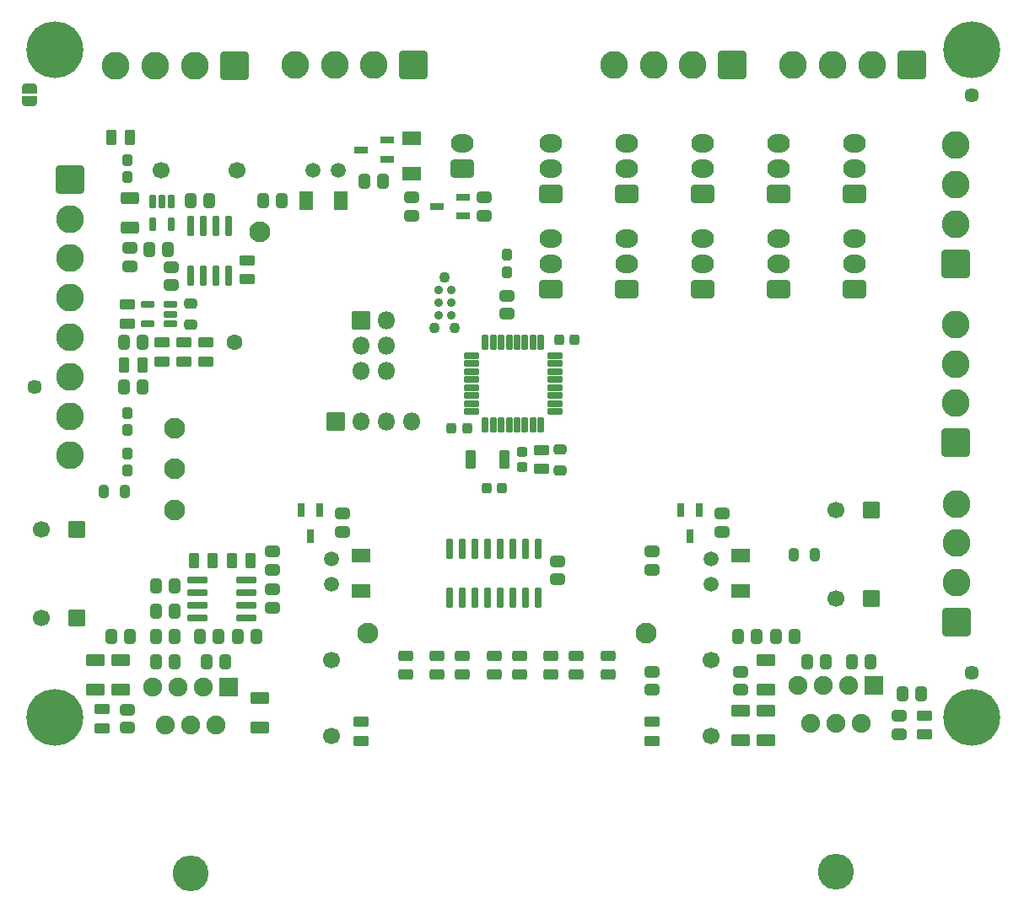
<source format=gbr>
%TF.GenerationSoftware,KiCad,Pcbnew,(5.99.0-11012-g5d9c1dd75a)*%
%TF.CreationDate,2021-06-14T21:45:01+02:00*%
%TF.ProjectId,Power-Supply,506f7765-722d-4537-9570-706c792e6b69,rev?*%
%TF.SameCoordinates,Original*%
%TF.FileFunction,Soldermask,Top*%
%TF.FilePolarity,Negative*%
%FSLAX46Y46*%
G04 Gerber Fmt 4.6, Leading zero omitted, Abs format (unit mm)*
G04 Created by KiCad (PCBNEW (5.99.0-11012-g5d9c1dd75a)) date 2021-06-14 21:45:01*
%MOMM*%
%LPD*%
G01*
G04 APERTURE LIST*
G04 Aperture macros list*
%AMRoundRect*
0 Rectangle with rounded corners*
0 $1 Rounding radius*
0 $2 $3 $4 $5 $6 $7 $8 $9 X,Y pos of 4 corners*
0 Add a 4 corners polygon primitive as box body*
4,1,4,$2,$3,$4,$5,$6,$7,$8,$9,$2,$3,0*
0 Add four circle primitives for the rounded corners*
1,1,$1+$1,$2,$3*
1,1,$1+$1,$4,$5*
1,1,$1+$1,$6,$7*
1,1,$1+$1,$8,$9*
0 Add four rect primitives between the rounded corners*
20,1,$1+$1,$2,$3,$4,$5,0*
20,1,$1+$1,$4,$5,$6,$7,0*
20,1,$1+$1,$6,$7,$8,$9,0*
20,1,$1+$1,$8,$9,$2,$3,0*%
%AMFreePoly0*
4,1,37,0.535355,0.785355,0.550000,0.750000,0.550000,-0.750000,0.535355,-0.785355,0.500000,-0.800000,0.000000,-0.800000,-0.012524,-0.794812,-0.080857,-0.793560,-0.094851,-0.791293,-0.230166,-0.749018,-0.242962,-0.742915,-0.360972,-0.664360,-0.371540,-0.654911,-0.462760,-0.546392,-0.470252,-0.534356,-0.527347,-0.404597,-0.531159,-0.390943,-0.548742,-0.256483,-0.547388,-0.256306,-0.550000,-0.250000,
-0.550000,0.250000,-0.549522,0.251153,-0.549368,0.263802,-0.527557,0.403879,-0.523412,0.417435,-0.463164,0.545760,-0.455381,0.557609,-0.361537,0.663867,-0.350741,0.673055,-0.230846,0.748703,-0.217905,0.754492,-0.081598,0.793449,-0.067552,0.795373,-0.011991,0.795033,0.000000,0.800000,0.500000,0.800000,0.535355,0.785355,0.535355,0.785355,$1*%
%AMFreePoly1*
4,1,37,0.012350,0.794884,0.074210,0.794507,0.088231,0.792412,0.224052,0.751793,0.236921,0.745846,0.355883,0.668739,0.366566,0.659420,0.459104,0.552023,0.466742,0.540080,0.525419,0.411028,0.529398,0.397421,0.549495,0.257088,0.550000,0.250000,0.550000,-0.250000,0.549996,-0.250610,0.549847,-0.262826,0.549158,-0.270511,0.525638,-0.410312,0.521328,-0.423818,0.459516,-0.551397,
0.451589,-0.563150,0.356454,-0.668254,0.345546,-0.677309,0.224736,-0.751486,0.211726,-0.757116,0.074953,-0.794405,0.060885,-0.796158,0.011462,-0.795252,0.000000,-0.800000,-0.500000,-0.800000,-0.535355,-0.785355,-0.550000,-0.750000,-0.550000,0.750000,-0.535355,0.785355,-0.500000,0.800000,0.000000,0.800000,0.012350,0.794884,0.012350,0.794884,$1*%
G04 Aperture macros list end*
%ADD10RoundRect,0.274390X0.475610X-0.288110X0.475610X0.288110X-0.475610X0.288110X-0.475610X-0.288110X0*%
%ADD11RoundRect,0.274390X-0.475610X0.288110X-0.475610X-0.288110X0.475610X-0.288110X0.475610X0.288110X0*%
%ADD12RoundRect,0.275000X0.500000X-0.275000X0.500000X0.275000X-0.500000X0.275000X-0.500000X-0.275000X0*%
%ADD13RoundRect,0.271739X-0.678261X0.353261X-0.678261X-0.353261X0.678261X-0.353261X0.678261X0.353261X0*%
%ADD14RoundRect,0.274390X0.288110X0.475610X-0.288110X0.475610X-0.288110X-0.475610X0.288110X-0.475610X0*%
%ADD15RoundRect,0.274390X-0.288110X-0.475610X0.288110X-0.475610X0.288110X0.475610X-0.288110X0.475610X0*%
%ADD16O,3.600000X3.600000*%
%ADD17RoundRect,0.050000X0.900000X0.900000X-0.900000X0.900000X-0.900000X-0.900000X0.900000X-0.900000X0*%
%ADD18O,1.900000X1.900000*%
%ADD19RoundRect,0.150000X0.650000X-0.150000X0.650000X0.150000X-0.650000X0.150000X-0.650000X-0.150000X0*%
%ADD20RoundRect,0.150000X0.150000X-0.650000X0.150000X0.650000X-0.150000X0.650000X-0.150000X-0.650000X0*%
%ADD21C,5.700000*%
%ADD22RoundRect,0.259260X1.140740X1.140740X-1.140740X1.140740X-1.140740X-1.140740X1.140740X-1.140740X0*%
%ADD23C,2.800000*%
%ADD24RoundRect,0.259260X1.140740X-1.140740X1.140740X1.140740X-1.140740X1.140740X-1.140740X-1.140740X0*%
%ADD25C,2.100000*%
%ADD26C,1.600000*%
%ADD27FreePoly0,270.000000*%
%ADD28FreePoly1,270.000000*%
%ADD29RoundRect,0.243750X-0.243750X-0.406250X0.243750X-0.406250X0.243750X0.406250X-0.243750X0.406250X0*%
%ADD30RoundRect,0.243750X0.243750X0.406250X-0.243750X0.406250X-0.243750X-0.406250X0.243750X-0.406250X0*%
%ADD31RoundRect,0.050000X0.800000X0.800000X-0.800000X0.800000X-0.800000X-0.800000X0.800000X-0.800000X0*%
%ADD32C,1.700000*%
%ADD33RoundRect,0.259260X-1.140740X1.140740X-1.140740X-1.140740X1.140740X-1.140740X1.140740X1.140740X0*%
%ADD34RoundRect,0.050000X0.850000X-0.650000X0.850000X0.650000X-0.850000X0.650000X-0.850000X-0.650000X0*%
%ADD35RoundRect,0.050000X-0.650000X-0.850000X0.650000X-0.850000X0.650000X0.850000X-0.650000X0.850000X0*%
%ADD36RoundRect,0.268750X-0.481250X0.268750X-0.481250X-0.268750X0.481250X-0.268750X0.481250X0.268750X0*%
%ADD37C,1.448000*%
%ADD38C,1.500000*%
%ADD39RoundRect,0.275000X-0.275000X-0.500000X0.275000X-0.500000X0.275000X0.500000X-0.275000X0.500000X0*%
%ADD40RoundRect,0.175000X0.537500X0.175000X-0.537500X0.175000X-0.537500X-0.175000X0.537500X-0.175000X0*%
%ADD41RoundRect,0.243750X-0.406250X0.243750X-0.406250X-0.243750X0.406250X-0.243750X0.406250X0.243750X0*%
%ADD42RoundRect,0.262500X-0.262500X0.312500X-0.262500X-0.312500X0.262500X-0.312500X0.262500X0.312500X0*%
%ADD43RoundRect,0.050000X0.850000X-0.850000X0.850000X0.850000X-0.850000X0.850000X-0.850000X-0.850000X0*%
%ADD44O,1.800000X1.800000*%
%ADD45RoundRect,0.050000X-0.325000X0.610000X-0.325000X-0.610000X0.325000X-0.610000X0.325000X0.610000X0*%
%ADD46RoundRect,0.275000X-0.500000X0.275000X-0.500000X-0.275000X0.500000X-0.275000X0.500000X0.275000X0*%
%ADD47RoundRect,0.264368X0.880632X-0.655632X0.880632X0.655632X-0.880632X0.655632X-0.880632X-0.655632X0*%
%ADD48O,2.290000X1.840000*%
%ADD49RoundRect,0.250000X-0.250000X-0.275000X0.250000X-0.275000X0.250000X0.275000X-0.250000X0.275000X0*%
%ADD50RoundRect,0.262500X0.262500X-0.312500X0.262500X0.312500X-0.262500X0.312500X-0.262500X-0.312500X0*%
%ADD51RoundRect,0.050000X-0.850000X-0.850000X0.850000X-0.850000X0.850000X0.850000X-0.850000X0.850000X0*%
%ADD52RoundRect,0.250000X0.275000X-0.250000X0.275000X0.250000X-0.275000X0.250000X-0.275000X-0.250000X0*%
%ADD53RoundRect,0.175000X-0.175000X0.537500X-0.175000X-0.537500X0.175000X-0.537500X0.175000X0.537500X0*%
%ADD54RoundRect,0.050000X0.610000X0.325000X-0.610000X0.325000X-0.610000X-0.325000X0.610000X-0.325000X0*%
%ADD55RoundRect,0.175000X-0.850000X-0.175000X0.850000X-0.175000X0.850000X0.175000X-0.850000X0.175000X0*%
%ADD56RoundRect,0.250000X0.250000X0.275000X-0.250000X0.275000X-0.250000X-0.275000X0.250000X-0.275000X0*%
%ADD57RoundRect,0.050000X-0.450000X-0.850000X0.450000X-0.850000X0.450000X0.850000X-0.450000X0.850000X0*%
%ADD58RoundRect,0.275000X0.275000X0.500000X-0.275000X0.500000X-0.275000X-0.500000X0.275000X-0.500000X0*%
%ADD59C,1.090600*%
%ADD60C,0.887400*%
%ADD61RoundRect,0.272222X0.652778X-0.340278X0.652778X0.340278X-0.652778X0.340278X-0.652778X-0.340278X0*%
%ADD62RoundRect,0.175000X-0.175000X0.850000X-0.175000X-0.850000X0.175000X-0.850000X0.175000X0.850000X0*%
G04 APERTURE END LIST*
D10*
%TO.C,R14*%
X154445000Y-119645000D03*
X154445000Y-117820000D03*
%TD*%
D11*
%TO.C,R38*%
X147142500Y-81307500D03*
X147142500Y-83132500D03*
%TD*%
D10*
%TO.C,R36*%
X149365000Y-92975000D03*
X149365000Y-91150000D03*
%TD*%
D12*
%TO.C,C4*%
X191275000Y-135240000D03*
X191275000Y-133340000D03*
%TD*%
D13*
%TO.C,C6*%
X108090000Y-127735000D03*
X108090000Y-130685000D03*
%TD*%
D12*
%TO.C,C8*%
X108725000Y-134605000D03*
X108725000Y-132705000D03*
%TD*%
D11*
%TO.C,R1*%
X172860000Y-128932500D03*
X172860000Y-130757500D03*
%TD*%
D14*
%TO.C,R2*%
X190917500Y-131115000D03*
X189092500Y-131115000D03*
%TD*%
D10*
%TO.C,R5*%
X163970000Y-130757500D03*
X163970000Y-128932500D03*
%TD*%
D15*
%TO.C,R6*%
X184012500Y-127940000D03*
X185837500Y-127940000D03*
%TD*%
%TO.C,R8*%
X119242500Y-127940000D03*
X121067500Y-127940000D03*
%TD*%
D14*
%TO.C,R10*%
X120432500Y-125400000D03*
X118607500Y-125400000D03*
%TD*%
D16*
%TO.C,U1*%
X182385000Y-149040000D03*
D17*
X186195000Y-130340000D03*
D18*
X184925000Y-134140000D03*
X183655000Y-130340000D03*
X182385000Y-134140000D03*
X181115000Y-130340000D03*
X179845000Y-134140000D03*
X178575000Y-130340000D03*
%TD*%
D19*
%TO.C,U2*%
X145825000Y-102800000D03*
X145825000Y-102000000D03*
X145825000Y-101200000D03*
X145825000Y-100400000D03*
X145825000Y-99600000D03*
X145825000Y-98800000D03*
X145825000Y-98000000D03*
X145825000Y-97200000D03*
D20*
X147200000Y-95825000D03*
X148000000Y-95825000D03*
X148800000Y-95825000D03*
X149600000Y-95825000D03*
X150400000Y-95825000D03*
X151200000Y-95825000D03*
X152000000Y-95825000D03*
X152800000Y-95825000D03*
D19*
X154175000Y-97200000D03*
X154175000Y-98000000D03*
X154175000Y-98800000D03*
X154175000Y-99600000D03*
X154175000Y-100400000D03*
X154175000Y-101200000D03*
X154175000Y-102000000D03*
X154175000Y-102800000D03*
D20*
X152800000Y-104175000D03*
X152000000Y-104175000D03*
X151200000Y-104175000D03*
X150400000Y-104175000D03*
X149600000Y-104175000D03*
X148800000Y-104175000D03*
X148000000Y-104175000D03*
X147200000Y-104175000D03*
%TD*%
D16*
%TO.C,U3*%
X117615000Y-149180000D03*
D17*
X121425000Y-130480000D03*
D18*
X120155000Y-134280000D03*
X118885000Y-130480000D03*
X117615000Y-134280000D03*
X116345000Y-130480000D03*
X115075000Y-134280000D03*
X113805000Y-130480000D03*
%TD*%
D21*
%TO.C,H1*%
X104000000Y-66500000D03*
%TD*%
%TO.C,H2*%
X196000000Y-66500000D03*
%TD*%
%TO.C,H4*%
X196000000Y-133500000D03*
%TD*%
D13*
%TO.C,C1*%
X175400000Y-132815000D03*
X175400000Y-135765000D03*
%TD*%
D15*
%TO.C,R3*%
X179567500Y-127940000D03*
X181392500Y-127940000D03*
%TD*%
D10*
%TO.C,R4*%
X188735000Y-135202500D03*
X188735000Y-133377500D03*
%TD*%
D22*
%TO.C,J5*%
X172000000Y-68000000D03*
D23*
X168040000Y-68000000D03*
X164080000Y-68000000D03*
X160120000Y-68000000D03*
%TD*%
D22*
%TO.C,J4*%
X190000000Y-68000000D03*
D23*
X186040000Y-68000000D03*
X182080000Y-68000000D03*
X178120000Y-68000000D03*
%TD*%
D24*
%TO.C,J3*%
X194450000Y-87940000D03*
D23*
X194450000Y-83980000D03*
X194450000Y-80020000D03*
X194450000Y-76060000D03*
%TD*%
D14*
%TO.C,R7*%
X115987500Y-127940000D03*
X114162500Y-127940000D03*
%TD*%
D25*
%TO.C,TP2*%
X163335000Y-125082500D03*
%TD*%
D26*
%TO.C,TP3*%
X122060000Y-95872500D03*
%TD*%
D25*
%TO.C,TP4*%
X116027500Y-112700000D03*
%TD*%
%TO.C,TP6*%
X135395000Y-125082500D03*
%TD*%
D10*
%TO.C,R17*%
X111265000Y-134567500D03*
X111265000Y-132742500D03*
%TD*%
D21*
%TO.C,H3*%
X104000000Y-133500000D03*
%TD*%
D24*
%TO.C,J6*%
X194500000Y-123940000D03*
D23*
X194500000Y-119980000D03*
X194500000Y-116020000D03*
X194500000Y-112060000D03*
%TD*%
D27*
%TO.C,JP1*%
X101500000Y-70350000D03*
D28*
X101500000Y-71650000D03*
%TD*%
D13*
%TO.C,C7*%
X124600000Y-131545000D03*
X124600000Y-134495000D03*
%TD*%
D25*
%TO.C,TP1*%
X116027500Y-104445000D03*
%TD*%
D29*
%TO.C,L2*%
X178147500Y-117145000D03*
X180272500Y-117145000D03*
%TD*%
D30*
%TO.C,L3*%
X111057500Y-110795000D03*
X108932500Y-110795000D03*
%TD*%
D31*
%TO.C,C15*%
X185942651Y-121590000D03*
D32*
X182442651Y-121590000D03*
%TD*%
D31*
%TO.C,C17*%
X106185000Y-114605000D03*
D32*
X102685000Y-114605000D03*
%TD*%
D23*
%TO.C,J9*%
X105500000Y-107220000D03*
X105500000Y-103260000D03*
X105500000Y-99300000D03*
X105500000Y-95340000D03*
X105500000Y-91380000D03*
X105500000Y-87420000D03*
X105500000Y-83460000D03*
D33*
X105500000Y-79500000D03*
%TD*%
D31*
%TO.C,C14*%
X185942651Y-112700000D03*
D32*
X182442651Y-112700000D03*
%TD*%
D31*
%TO.C,C16*%
X106185000Y-123495000D03*
D32*
X102685000Y-123495000D03*
%TD*%
D13*
%TO.C,C3*%
X175400000Y-127735000D03*
X175400000Y-130685000D03*
%TD*%
D34*
%TO.C,D2*%
X134760000Y-120800000D03*
X134760000Y-117300000D03*
%TD*%
D35*
%TO.C,D3*%
X129200000Y-81585000D03*
X132700000Y-81585000D03*
%TD*%
D36*
%TO.C,D4*%
X139205000Y-127335000D03*
X139205000Y-129210000D03*
%TD*%
%TO.C,D5*%
X142380000Y-127335000D03*
X142380000Y-129210000D03*
%TD*%
D15*
%TO.C,R11*%
X176392500Y-125400000D03*
X178217500Y-125400000D03*
%TD*%
D14*
%TO.C,R12*%
X115987500Y-125400000D03*
X114162500Y-125400000D03*
%TD*%
%TO.C,R13*%
X112812500Y-95872500D03*
X110987500Y-95872500D03*
%TD*%
D15*
%TO.C,R24*%
X110987500Y-100317500D03*
X112812500Y-100317500D03*
%TD*%
D13*
%TO.C,C2*%
X172860000Y-132815000D03*
X172860000Y-135765000D03*
%TD*%
D34*
%TO.C,D1*%
X172860000Y-120800000D03*
X172860000Y-117300000D03*
%TD*%
D13*
%TO.C,C5*%
X110630000Y-127735000D03*
X110630000Y-130685000D03*
%TD*%
D37*
%TO.C,H5*%
X196000000Y-71000000D03*
%TD*%
%TO.C,H6*%
X102000000Y-100317500D03*
%TD*%
%TO.C,H7*%
X196000000Y-129000000D03*
%TD*%
D22*
%TO.C,J8*%
X140000000Y-68000000D03*
D23*
X136040000Y-68000000D03*
X132080000Y-68000000D03*
X128120000Y-68000000D03*
%TD*%
D25*
%TO.C,TP5*%
X116027500Y-108572500D03*
%TD*%
D22*
%TO.C,J7*%
X122000000Y-68050000D03*
D23*
X118040000Y-68050000D03*
X114080000Y-68050000D03*
X110120000Y-68050000D03*
%TD*%
D24*
%TO.C,J2*%
X194450000Y-105940000D03*
D23*
X194450000Y-101980000D03*
X194450000Y-98020000D03*
X194450000Y-94060000D03*
%TD*%
D32*
%TO.C,K3*%
X114655000Y-78592086D03*
X122275000Y-78592086D03*
D38*
X132435000Y-78592086D03*
X129895000Y-78592086D03*
%TD*%
D10*
%TO.C,R31*%
X111582500Y-88212500D03*
X111582500Y-86387500D03*
%TD*%
D39*
%TO.C,C22*%
X117935000Y-117780000D03*
X119835000Y-117780000D03*
%TD*%
D40*
%TO.C,U8*%
X115577500Y-93965000D03*
X115577500Y-93015000D03*
X115577500Y-92065000D03*
X113302500Y-92065000D03*
X113302500Y-93965000D03*
%TD*%
D15*
%TO.C,R32*%
X113527500Y-86500000D03*
X115352500Y-86500000D03*
%TD*%
D34*
%TO.C,D12*%
X139840000Y-78890000D03*
X139840000Y-75390000D03*
%TD*%
D15*
%TO.C,R30*%
X117655000Y-81585000D03*
X119480000Y-81585000D03*
%TD*%
%TO.C,R25*%
X114162500Y-122860000D03*
X115987500Y-122860000D03*
%TD*%
D41*
%TO.C,L4*%
X117615000Y-91952500D03*
X117615000Y-94077500D03*
%TD*%
D39*
%TO.C,C28*%
X109680000Y-75235000D03*
X111580000Y-75235000D03*
%TD*%
D42*
%TO.C,F4*%
X149365000Y-87060000D03*
X149365000Y-88810000D03*
%TD*%
D43*
%TO.C,J22*%
X132230000Y-103810000D03*
D44*
X134770000Y-103810000D03*
X137310000Y-103810000D03*
X139850000Y-103810000D03*
%TD*%
D36*
%TO.C,D6*%
X144920000Y-127335000D03*
X144920000Y-129210000D03*
%TD*%
D11*
%TO.C,R16*%
X170955000Y-113057500D03*
X170955000Y-114882500D03*
%TD*%
D36*
%TO.C,D8*%
X150635000Y-127335000D03*
X150635000Y-129210000D03*
%TD*%
D45*
%TO.C,Q2*%
X130630000Y-112660000D03*
X128730000Y-112660000D03*
X129680000Y-115280000D03*
%TD*%
D46*
%TO.C,C25*%
X114757500Y-95875000D03*
X114757500Y-97775000D03*
%TD*%
%TO.C,C29*%
X123330000Y-87620000D03*
X123330000Y-89520000D03*
%TD*%
D47*
%TO.C,J10*%
X176690000Y-80950000D03*
D48*
X176690000Y-78410000D03*
X176690000Y-75870000D03*
%TD*%
D49*
%TO.C,C30*%
X147320000Y-110477500D03*
X148870000Y-110477500D03*
%TD*%
D47*
%TO.C,J11*%
X169070000Y-80950000D03*
D48*
X169070000Y-78410000D03*
X169070000Y-75870000D03*
%TD*%
D12*
%TO.C,C23*%
X111265000Y-93965000D03*
X111265000Y-92065000D03*
%TD*%
D49*
%TO.C,C31*%
X143827500Y-104445000D03*
X145377500Y-104445000D03*
%TD*%
D15*
%TO.C,R9*%
X172582500Y-125400000D03*
X174407500Y-125400000D03*
%TD*%
D32*
%TO.C,K1*%
X169867086Y-135345000D03*
X169867086Y-127725000D03*
D38*
X169867086Y-117565000D03*
X169867086Y-120105000D03*
%TD*%
D46*
%TO.C,C27*%
X119202500Y-95875000D03*
X119202500Y-97775000D03*
%TD*%
D47*
%TO.C,J14*%
X161450000Y-90475000D03*
D48*
X161450000Y-87935000D03*
X161450000Y-85395000D03*
%TD*%
D36*
%TO.C,D10*%
X156350000Y-127335000D03*
X156350000Y-129210000D03*
%TD*%
D50*
%TO.C,F3*%
X111265000Y-104685000D03*
X111265000Y-102935000D03*
%TD*%
D51*
%TO.C,J18*%
X134755000Y-93665000D03*
D44*
X137295000Y-93665000D03*
X134755000Y-96205000D03*
X137295000Y-96205000D03*
X134755000Y-98745000D03*
X137295000Y-98745000D03*
%TD*%
D14*
%TO.C,R35*%
X136942500Y-79680000D03*
X135117500Y-79680000D03*
%TD*%
D11*
%TO.C,R23*%
X132855000Y-113057500D03*
X132855000Y-114882500D03*
%TD*%
D52*
%TO.C,C33*%
X150952500Y-106845000D03*
X150952500Y-108395000D03*
%TD*%
D14*
%TO.C,R34*%
X126782500Y-81585000D03*
X124957500Y-81585000D03*
%TD*%
D47*
%TO.C,J16*%
X184310000Y-90475000D03*
D48*
X184310000Y-87935000D03*
X184310000Y-85395000D03*
%TD*%
D53*
%TO.C,U9*%
X115707500Y-81717500D03*
X114757500Y-81717500D03*
X113807500Y-81717500D03*
X113807500Y-83992500D03*
X115707500Y-83992500D03*
%TD*%
D54*
%TO.C,Q4*%
X144960000Y-83170000D03*
X144960000Y-81270000D03*
X142340000Y-82220000D03*
%TD*%
D36*
%TO.C,D9*%
X153810000Y-127335000D03*
X153810000Y-129210000D03*
%TD*%
D11*
%TO.C,R28*%
X125870000Y-120677500D03*
X125870000Y-122502500D03*
%TD*%
D10*
%TO.C,R39*%
X139840000Y-83132500D03*
X139840000Y-81307500D03*
%TD*%
D46*
%TO.C,C34*%
X152857500Y-106670000D03*
X152857500Y-108570000D03*
%TD*%
%TO.C,C20*%
X134760000Y-133975000D03*
X134760000Y-135875000D03*
%TD*%
%TO.C,C19*%
X163970000Y-133975000D03*
X163970000Y-135875000D03*
%TD*%
D36*
%TO.C,D7*%
X148095000Y-129195000D03*
X148095000Y-127320000D03*
%TD*%
D14*
%TO.C,R18*%
X111542500Y-125400000D03*
X109717500Y-125400000D03*
%TD*%
D47*
%TO.C,J13*%
X176690000Y-90475000D03*
D48*
X176690000Y-87935000D03*
X176690000Y-85395000D03*
%TD*%
D10*
%TO.C,R15*%
X163970000Y-118692500D03*
X163970000Y-116867500D03*
%TD*%
D47*
%TO.C,J12*%
X184290000Y-80950000D03*
D48*
X184290000Y-78410000D03*
X184290000Y-75870000D03*
%TD*%
D50*
%TO.C,F2*%
X111265000Y-108735000D03*
X111265000Y-106985000D03*
%TD*%
D55*
%TO.C,U7*%
X118315000Y-119685000D03*
X118315000Y-120955000D03*
X118315000Y-122225000D03*
X118315000Y-123495000D03*
X123265000Y-123495000D03*
X123265000Y-122225000D03*
X123265000Y-120955000D03*
X123265000Y-119685000D03*
%TD*%
D56*
%TO.C,C32*%
X156172500Y-95555000D03*
X154622500Y-95555000D03*
%TD*%
D57*
%TO.C,SW1*%
X145760000Y-107620000D03*
X149160000Y-107620000D03*
%TD*%
D32*
%TO.C,K2*%
X131767086Y-135345000D03*
X131767086Y-127725000D03*
D38*
X131767086Y-117565000D03*
X131767086Y-120105000D03*
%TD*%
D58*
%TO.C,C24*%
X112850000Y-98095000D03*
X110950000Y-98095000D03*
%TD*%
D59*
%TO.C,J1*%
X144141000Y-94415000D03*
X143125000Y-89335000D03*
X142109000Y-94415000D03*
D60*
X142490000Y-90605000D03*
X143760000Y-90605000D03*
X142490000Y-91875000D03*
X143760000Y-91875000D03*
X142490000Y-93145000D03*
X143760000Y-93145000D03*
%TD*%
D47*
%TO.C,J17*%
X153830000Y-80950000D03*
D48*
X153830000Y-78410000D03*
X153830000Y-75870000D03*
%TD*%
D11*
%TO.C,R33*%
X115710000Y-88292500D03*
X115710000Y-90117500D03*
%TD*%
D54*
%TO.C,Q3*%
X137340000Y-77455000D03*
X137340000Y-75555000D03*
X134720000Y-76505000D03*
%TD*%
D61*
%TO.C,R29*%
X111582500Y-84317500D03*
X111582500Y-81392500D03*
%TD*%
D62*
%TO.C,U10*%
X121425000Y-84190000D03*
X120155000Y-84190000D03*
X118885000Y-84190000D03*
X117615000Y-84190000D03*
X117615000Y-89140000D03*
X118885000Y-89140000D03*
X120155000Y-89140000D03*
X121425000Y-89140000D03*
%TD*%
D47*
%TO.C,J19*%
X153830000Y-90475000D03*
D48*
X153830000Y-87935000D03*
X153830000Y-85395000D03*
%TD*%
D47*
%TO.C,J21*%
X144940000Y-78410000D03*
D48*
X144940000Y-75870000D03*
%TD*%
D10*
%TO.C,R22*%
X125870000Y-118692500D03*
X125870000Y-116867500D03*
%TD*%
D25*
%TO.C,TP7*%
X124600000Y-84760000D03*
%TD*%
D46*
%TO.C,C26*%
X116980000Y-95875000D03*
X116980000Y-97775000D03*
%TD*%
D47*
%TO.C,J20*%
X169070000Y-90475000D03*
D48*
X169070000Y-87935000D03*
X169070000Y-85395000D03*
%TD*%
D62*
%TO.C,U4*%
X152540000Y-116575000D03*
X151270000Y-116575000D03*
X150000000Y-116575000D03*
X148730000Y-116575000D03*
X147460000Y-116575000D03*
X146190000Y-116575000D03*
X144920000Y-116575000D03*
X143650000Y-116575000D03*
X143650000Y-121525000D03*
X144920000Y-121525000D03*
X146190000Y-121525000D03*
X147460000Y-121525000D03*
X148730000Y-121525000D03*
X150000000Y-121525000D03*
X151270000Y-121525000D03*
X152540000Y-121525000D03*
%TD*%
D39*
%TO.C,C21*%
X121745000Y-117780000D03*
X123645000Y-117780000D03*
%TD*%
D36*
%TO.C,D11*%
X159525000Y-127335000D03*
X159525000Y-129210000D03*
%TD*%
D47*
%TO.C,J15*%
X161450000Y-80950000D03*
D48*
X161450000Y-78410000D03*
X161450000Y-75870000D03*
%TD*%
D45*
%TO.C,Q1*%
X168730000Y-112660000D03*
X166830000Y-112660000D03*
X167780000Y-115280000D03*
%TD*%
D50*
%TO.C,F1*%
X111265000Y-79285000D03*
X111265000Y-77535000D03*
%TD*%
D14*
%TO.C,R27*%
X115987500Y-120320000D03*
X114162500Y-120320000D03*
%TD*%
D41*
%TO.C,L5*%
X154762500Y-106557500D03*
X154762500Y-108682500D03*
%TD*%
D14*
%TO.C,R26*%
X124242500Y-125400000D03*
X122417500Y-125400000D03*
%TD*%
M02*

</source>
